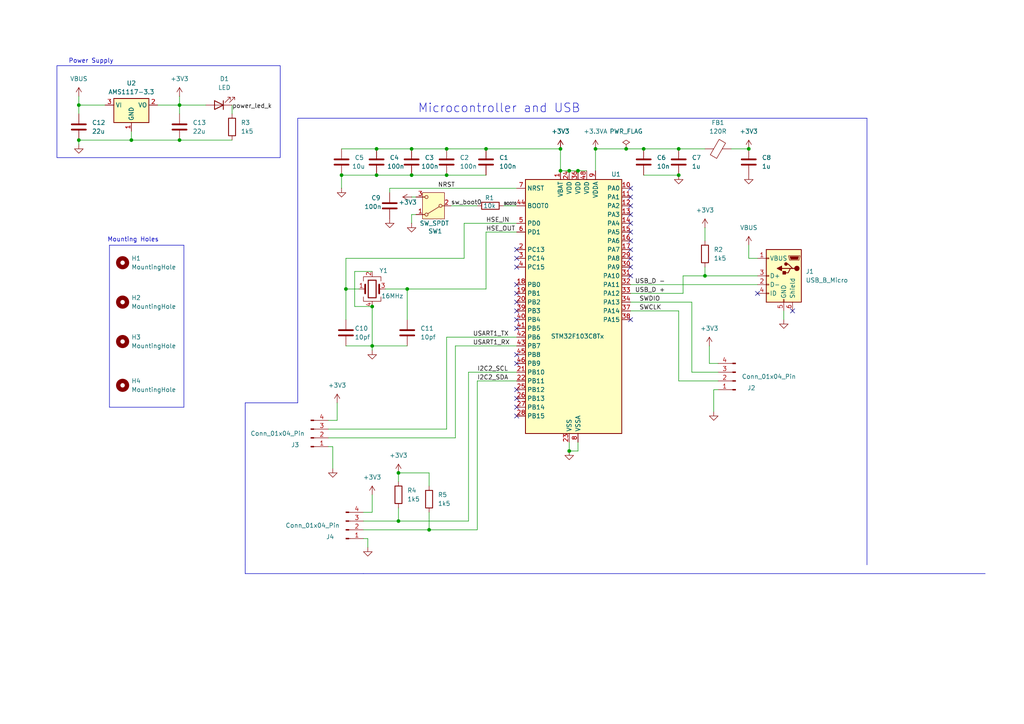
<source format=kicad_sch>
(kicad_sch (version 20231120) (generator "eeschema") (generator_version "8.0")
  (paper "A4")
  (lib_symbols
    (symbol "Connector:Conn_01x04_Pin" (pin_names (offset 1.016) hide)
      (property "Reference" "J" (at 0 5.08 0))
      (property "Value" "Conn_01x04_Pin" (at 0 -7.62 0))
      (symbol "Conn_01x04_Pin_1_1"
        (polyline (pts (xy 1.27 -5.08) (xy 0.8636 -5.08)) (stroke (width 0.1524)))
        (polyline (pts (xy 1.27 -2.54) (xy 0.8636 -2.54)) (stroke (width 0.1524)))
        (polyline (pts (xy 1.27 0) (xy 0.8636 0)) (stroke (width 0.1524)))
        (polyline (pts (xy 1.27 2.54) (xy 0.8636 2.54)) (stroke (width 0.1524)))
        (rectangle (start 0.8636 -4.953) (end 0 -5.207) (stroke (width 0.1524)) (fill (type outline)))
        (rectangle (start 0.8636 -2.413) (end 0 -2.667) (stroke (width 0.1524)) (fill (type outline)))
        (rectangle (start 0.8636 0.127) (end 0 -0.127) (stroke (width 0.1524)) (fill (type outline)))
        (rectangle (start 0.8636 2.667) (end 0 2.413) (stroke (width 0.1524)) (fill (type outline)))
        (pin passive line (at 5.08 2.54 180) (length 3.81) (name "Pin_1") (number "1"))
        (pin passive line (at 5.08 0 180) (length 3.81) (name "Pin_2") (number "2"))
        (pin passive line (at 5.08 -2.54 180) (length 3.81) (name "Pin_3") (number "3"))
        (pin passive line (at 5.08 -5.08 180) (length 3.81) (name "Pin_4") (number "4"))
      )
    )
    (symbol "Connector:USB_B_Micro" (pin_names (offset 1.016))
      (property "Reference" "J" (at -5.08 11.43 0))
      (property "Value" "USB_B_Micro" (at -5.08 8.89 0))
      (symbol "USB_B_Micro_0_1"
        (rectangle (start -5.08 -7.62) (end 5.08 7.62) (stroke (width 0.254)) (fill (type background)))
        (circle (center -3.81 2.159) (radius 0.635) (stroke (width 0.254)) (fill (type outline)))
        (circle (center -0.635 3.429) (radius 0.381) (stroke (width 0.254)) (fill (type outline)))
        (rectangle (start -0.127 -7.62) (end 0.127 -6.858))
        (polyline (pts (xy -1.905 2.159) (xy 0.635 2.159)) (stroke (width 0.254)))
        (polyline (pts (xy -3.175 2.159) (xy -2.54 2.159) (xy -1.27 3.429) (xy -0.635 3.429)) (stroke (width 0.254)))
        (polyline (pts (xy -2.54 2.159) (xy -1.905 2.159) (xy -1.27 0.889) (xy 0 0.889)) (stroke (width 0.254)))
        (polyline (pts (xy 0.635 2.794) (xy 0.635 1.524) (xy 1.905 2.159) (xy 0.635 2.794)) (stroke (width 0.254)) (fill (type outline)))
        (polyline (pts (xy -4.318 5.588) (xy -1.778 5.588) (xy -2.032 4.826) (xy -4.064 4.826) (xy -4.318 5.588)) (fill (type outline)))
        (polyline (pts (xy -4.699 5.842) (xy -4.699 5.588) (xy -4.445 4.826) (xy -4.445 4.572) (xy -1.651 4.572) (xy -1.651 4.826) (xy -1.397 5.588) (xy -1.397 5.842) (xy -4.699 5.842)))
        (rectangle (start 0.254 1.27) (end -0.508 0.508) (stroke (width 0.254)) (fill (type outline)))
        (rectangle (start 5.08 -5.207) (end 4.318 -4.953))
        (rectangle (start 5.08 -2.667) (end 4.318 -2.413))
        (rectangle (start 5.08 -0.127) (end 4.318 0.127))
        (rectangle (start 5.08 4.953) (end 4.318 5.207))
      )
      (symbol "USB_B_Micro_1_1"
        (pin power_out line (at 7.62 5.08 180) (length 2.54) (name "VBUS") (number "1"))
        (pin bidirectional line (at 7.62 -2.54 180) (length 2.54) (name "D-") (number "2"))
        (pin bidirectional line (at 7.62 0 180) (length 2.54) (name "D+") (number "3"))
        (pin passive line (at 7.62 -5.08 180) (length 2.54) (name "ID") (number "4"))
        (pin power_out line (at 0 -10.16 90) (length 2.54) (name "GND") (number "5"))
        (pin passive line (at -2.54 -10.16 90) (length 2.54) (name "Shield") (number "6"))
      )
    )
    (symbol "Device:C" (pin_numbers hide) (pin_names (offset 0.254))
      (property "Reference" "C" (at 0.635 2.54 0))
      (property "Value" "C" (at 0.635 -2.54 0))
      (symbol "C_0_1"
        (polyline (pts (xy -2.032 -0.762) (xy 2.032 -0.762)) (stroke (width 0.508)))
        (polyline (pts (xy -2.032 0.762) (xy 2.032 0.762)) (stroke (width 0.508)))
      )
      (symbol "C_1_1"
        (pin passive line (at 0 3.81 270) (length 2.794) (name "~") (number "1"))
        (pin passive line (at 0 -3.81 90) (length 2.794) (name "~") (number "2"))
      )
    )
    (symbol "Device:Crystal_GND24" (pin_names (offset 1.016) hide)
      (property "Reference" "Y" (at 3.175 5.08 0))
      (property "Value" "Crystal_GND24" (at 3.175 3.175 0))
      (symbol "Crystal_GND24_0_1"
        (rectangle (start -1.143 2.54) (end 1.143 -2.54) (stroke (width 0.3048)))
        (polyline (pts (xy -2.54 0) (xy -2.032 0)))
        (polyline (pts (xy -2.032 -1.27) (xy -2.032 1.27)) (stroke (width 0.508)))
        (polyline (pts (xy 0 -3.81) (xy 0 -3.556)))
        (polyline (pts (xy 0 3.556) (xy 0 3.81)))
        (polyline (pts (xy 2.032 -1.27) (xy 2.032 1.27)) (stroke (width 0.508)))
        (polyline (pts (xy 2.032 0) (xy 2.54 0)))
        (polyline (pts (xy -2.54 -2.286) (xy -2.54 -3.556) (xy 2.54 -3.556) (xy 2.54 -2.286)))
        (polyline (pts (xy -2.54 2.286) (xy -2.54 3.556) (xy 2.54 3.556) (xy 2.54 2.286)))
      )
      (symbol "Crystal_GND24_1_1"
        (pin passive line (at -3.81 0 0) (length 1.27) (name "1") (number "1"))
        (pin passive line (at 0 5.08 270) (length 1.27) (name "2") (number "2"))
        (pin passive line (at 3.81 0 180) (length 1.27) (name "3") (number "3"))
        (pin passive line (at 0 -5.08 90) (length 1.27) (name "4") (number "4"))
      )
    )
    (symbol "Device:FerriteBead" (pin_numbers hide) (pin_names (offset 0))
      (property "Reference" "FB" (at -3.81 0.635 90))
      (property "Value" "FerriteBead" (at 3.81 0 90))
      (symbol "FerriteBead_0_1"
        (polyline (pts (xy 0 -1.27) (xy 0 -1.2192)))
        (polyline (pts (xy 0 1.27) (xy 0 1.2954)))
        (polyline (pts (xy -2.7686 0.4064) (xy -1.7018 2.2606) (xy 2.7686 -0.3048) (xy 1.6764 -2.159) (xy -2.7686 0.4064)))
      )
      (symbol "FerriteBead_1_1"
        (pin passive line (at 0 3.81 270) (length 2.54) (name "~") (number "1"))
        (pin passive line (at 0 -3.81 90) (length 2.54) (name "~") (number "2"))
      )
    )
    (symbol "Device:LED" (pin_numbers hide) (pin_names (offset 1.016) hide)
      (property "Reference" "D" (at 0 2.54 0))
      (property "Value" "LED" (at 0 -2.54 0))
      (symbol "LED_0_1"
        (polyline (pts (xy -1.27 -1.27) (xy -1.27 1.27)) (stroke (width 0.254)))
        (polyline (pts (xy -1.27 0) (xy 1.27 0)))
        (polyline (pts (xy 1.27 -1.27) (xy 1.27 1.27) (xy -1.27 0) (xy 1.27 -1.27)) (stroke (width 0.254)))
        (polyline (pts (xy -3.048 -0.762) (xy -4.572 -2.286) (xy -3.81 -2.286) (xy -4.572 -2.286) (xy -4.572 -1.524)))
        (polyline (pts (xy -1.778 -0.762) (xy -3.302 -2.286) (xy -2.54 -2.286) (xy -3.302 -2.286) (xy -3.302 -1.524)))
      )
      (symbol "LED_1_1"
        (pin passive line (at -3.81 0 0) (length 2.54) (name "K") (number "1"))
        (pin passive line (at 3.81 0 180) (length 2.54) (name "A") (number "2"))
      )
    )
    (symbol "Device:R" (pin_numbers hide) (pin_names (offset 0))
      (property "Reference" "R" (at 2.032 0 90))
      (property "Value" "R" (at 0 0 90))
      (symbol "R_0_1"
        (rectangle (start -1.016 -2.54) (end 1.016 2.54) (stroke (width 0.254)))
      )
      (symbol "R_1_1"
        (pin passive line (at 0 3.81 270) (length 1.27) (name "~") (number "1"))
        (pin passive line (at 0 -3.81 90) (length 1.27) (name "~") (number "2"))
      )
    )
    (symbol "MCU_ST_STM32F1:STM32F103C8Tx"
      (property "Reference" "U" (at -12.7 39.37 0))
      (property "Value" "STM32F103C8Tx" (at 10.16 39.37 0))
      (symbol "STM32F103C8Tx_0_1"
        (rectangle (start -12.7 -35.56) (end 15.24 38.1) (stroke (width 0.254)) (fill (type background)))
      )
      (symbol "STM32F103C8Tx_1_1"
        (pin power_in line (at -2.54 40.64 270) (length 2.54) (name "VBAT") (number "1"))
        (pin bidirectional line (at 17.78 35.56 180) (length 2.54) (name "PA0") (number "10"))
        (pin bidirectional line (at 17.78 33.02 180) (length 2.54) (name "PA1") (number "11"))
        (pin bidirectional line (at 17.78 30.48 180) (length 2.54) (name "PA2") (number "12"))
        (pin bidirectional line (at 17.78 27.94 180) (length 2.54) (name "PA3") (number "13"))
        (pin bidirectional line (at 17.78 25.4 180) (length 2.54) (name "PA4") (number "14"))
        (pin bidirectional line (at 17.78 22.86 180) (length 2.54) (name "PA5") (number "15"))
        (pin bidirectional line (at 17.78 20.32 180) (length 2.54) (name "PA6") (number "16"))
        (pin bidirectional line (at 17.78 17.78 180) (length 2.54) (name "PA7") (number "17"))
        (pin bidirectional line (at -15.24 7.62 0) (length 2.54) (name "PB0") (number "18"))
        (pin bidirectional line (at -15.24 5.08 0) (length 2.54) (name "PB1") (number "19"))
        (pin bidirectional line (at -15.24 17.78 0) (length 2.54) (name "PC13") (number "2"))
        (pin bidirectional line (at -15.24 2.54 0) (length 2.54) (name "PB2") (number "20"))
        (pin bidirectional line (at -15.24 -17.78 0) (length 2.54) (name "PB10") (number "21"))
        (pin bidirectional line (at -15.24 -20.32 0) (length 2.54) (name "PB11") (number "22"))
        (pin power_in line (at 0 -38.1 90) (length 2.54) (name "VSS") (number "23"))
        (pin power_in line (at 0 40.64 270) (length 2.54) (name "VDD") (number "24"))
        (pin bidirectional line (at -15.24 -22.86 0) (length 2.54) (name "PB12") (number "25"))
        (pin bidirectional line (at -15.24 -25.4 0) (length 2.54) (name "PB13") (number "26"))
        (pin bidirectional line (at -15.24 -27.94 0) (length 2.54) (name "PB14") (number "27"))
        (pin bidirectional line (at -15.24 -30.48 0) (length 2.54) (name "PB15") (number "28"))
        (pin bidirectional line (at 17.78 15.24 180) (length 2.54) (name "PA8") (number "29"))
        (pin bidirectional line (at -15.24 15.24 0) (length 2.54) (name "PC14") (number "3"))
        (pin bidirectional line (at 17.78 12.7 180) (length 2.54) (name "PA9") (number "30"))
        (pin bidirectional line (at 17.78 10.16 180) (length 2.54) (name "PA10") (number "31"))
        (pin bidirectional line (at 17.78 7.62 180) (length 2.54) (name "PA11") (number "32"))
        (pin bidirectional line (at 17.78 5.08 180) (length 2.54) (name "PA12") (number "33"))
        (pin bidirectional line (at 17.78 2.54 180) (length 2.54) (name "PA13") (number "34"))
        (pin passive line (at 0 -38.1 90) (length 2.54) hide (name "VSS") (number "35"))
        (pin power_in line (at 2.54 40.64 270) (length 2.54) (name "VDD") (number "36"))
        (pin bidirectional line (at 17.78 0 180) (length 2.54) (name "PA14") (number "37"))
        (pin bidirectional line (at 17.78 -2.54 180) (length 2.54) (name "PA15") (number "38"))
        (pin bidirectional line (at -15.24 0 0) (length 2.54) (name "PB3") (number "39"))
        (pin bidirectional line (at -15.24 12.7 0) (length 2.54) (name "PC15") (number "4"))
        (pin bidirectional line (at -15.24 -2.54 0) (length 2.54) (name "PB4") (number "40"))
        (pin bidirectional line (at -15.24 -5.08 0) (length 2.54) (name "PB5") (number "41"))
        (pin bidirectional line (at -15.24 -7.62 0) (length 2.54) (name "PB6") (number "42"))
        (pin bidirectional line (at -15.24 -10.16 0) (length 2.54) (name "PB7") (number "43"))
        (pin input line (at -15.24 30.48 0) (length 2.54) (name "BOOT0") (number "44"))
        (pin bidirectional line (at -15.24 -12.7 0) (length 2.54) (name "PB8") (number "45"))
        (pin bidirectional line (at -15.24 -15.24 0) (length 2.54) (name "PB9") (number "46"))
        (pin passive line (at 0 -38.1 90) (length 2.54) hide (name "VSS") (number "47"))
        (pin power_in line (at 5.08 40.64 270) (length 2.54) (name "VDD") (number "48"))
        (pin bidirectional line (at -15.24 25.4 0) (length 2.54) (name "PD0") (number "5"))
        (pin bidirectional line (at -15.24 22.86 0) (length 2.54) (name "PD1") (number "6"))
        (pin input line (at -15.24 35.56 0) (length 2.54) (name "NRST") (number "7"))
        (pin power_in line (at 2.54 -38.1 90) (length 2.54) (name "VSSA") (number "8"))
        (pin power_in line (at 7.62 40.64 270) (length 2.54) (name "VDDA") (number "9"))
      )
    )
    (symbol "Mechanical:MountingHole" (pin_names (offset 1.016)) (exclude_from_sim yes) (in_bom no)
      (property "Reference" "H" (at 0 5.08 0))
      (property "Value" "MountingHole" (at 0 3.175 0))
      (symbol "MountingHole_0_1"
        (circle (center 0 0) (radius 1.27) (stroke (width 1.27)))
      )
    )
    (symbol "Regulator_Linear:AMS1117-3.3"
      (property "Reference" "U" (at -3.81 3.175 0))
      (property "Value" "AMS1117-3.3" (at 0 3.175 0))
      (symbol "AMS1117-3.3_0_1"
        (rectangle (start -5.08 -5.08) (end 5.08 1.905) (stroke (width 0.254)) (fill (type background)))
      )
      (symbol "AMS1117-3.3_1_1"
        (pin power_in line (at 0 -7.62 90) (length 2.54) (name "GND") (number "1"))
        (pin power_out line (at 7.62 0 180) (length 2.54) (name "VO") (number "2"))
        (pin power_in line (at -7.62 0 0) (length 2.54) (name "VI") (number "3"))
      )
    )
    (symbol "Switch:SW_SPDT" (pin_names (offset 0) hide)
      (property "Reference" "SW" (at 0 5.08 0))
      (property "Value" "SW_SPDT" (at 0 -5.08 0))
      (symbol "SW_SPDT_0_1"
        (circle (center -2.032 0) (radius 0.4572))
        (polyline (pts (xy -1.651 0.254) (xy 1.651 2.286)))
        (circle (center 2.032 -2.54) (radius 0.4572))
        (circle (center 2.032 2.54) (radius 0.4572))
      )
      (symbol "SW_SPDT_1_1"
        (rectangle (start -3.175 3.81) (end 3.175 -3.81) (fill (type background)))
        (pin passive line (at 5.08 2.54 180) (length 2.54) (name "A") (number "1"))
        (pin passive line (at -5.08 0 0) (length 2.54) (name "B") (number "2"))
        (pin passive line (at 5.08 -2.54 180) (length 2.54) (name "C") (number "3"))
      )
    )
    (symbol "power:+3.3VA" (power) (pin_numbers hide) (pin_names (offset 0) hide)
      (property "Value" "+3.3VA" (at 0 3.556 0))
      (symbol "+3.3VA_0_1"
        (polyline (pts (xy -0.762 1.27) (xy 0 2.54)))
        (polyline (pts (xy 0 0) (xy 0 2.54)))
        (polyline (pts (xy 0 2.54) (xy 0.762 1.27)))
      )
      (symbol "+3.3VA_1_1"
        (pin power_in line (at 0 0 90) (length 0) (name "~") (number "1"))
      )
    )
    (symbol "power:+3V3" (power) (pin_numbers hide) (pin_names (offset 0) hide)
      (property "Value" "+3V3" (at 0 3.556 0))
      (symbol "+3V3_0_1"
        (polyline (pts (xy -0.762 1.27) (xy 0 2.54)))
        (polyline (pts (xy 0 0) (xy 0 2.54)))
        (polyline (pts (xy 0 2.54) (xy 0.762 1.27)))
      )
      (symbol "+3V3_1_1"
        (pin power_in line (at 0 0 90) (length 0) (name "~") (number "1"))
      )
    )
    (symbol "power:GND" (power) (pin_numbers hide) (pin_names (offset 0) hide)
      (property "Value" "GND" (at 0 -3.81 0))
      (symbol "GND_0_1"
        (polyline (pts (xy 0 0) (xy 0 -1.27) (xy 1.27 -1.27) (xy 0 -2.54) (xy -1.27 -1.27) (xy 0 -1.27)))
      )
      (symbol "GND_1_1"
        (pin power_in line (at 0 0 270) (length 0) (name "~") (number "1"))
      )
    )
    (symbol "power:PWR_FLAG" (power) (pin_numbers hide) (pin_names (offset 0) hide)
      (property "Value" "PWR_FLAG" (at 0 3.81 0))
      (symbol "PWR_FLAG_0_0"
        (pin power_out line (at 0 0 90) (length 0) (name "~") (number "1"))
      )
      (symbol "PWR_FLAG_0_1"
        (polyline (pts (xy 0 0) (xy 0 1.27) (xy -1.016 1.905) (xy 0 2.54) (xy 1.016 1.905) (xy 0 1.27)))
      )
    )
    (symbol "power:VBUS" (power) (pin_numbers hide) (pin_names (offset 0) hide)
      (property "Value" "VBUS" (at 0 3.556 0))
      (symbol "VBUS_0_1"
        (polyline (pts (xy -0.762 1.27) (xy 0 2.54)))
        (polyline (pts (xy 0 0) (xy 0 2.54)))
        (polyline (pts (xy 0 2.54) (xy 0.762 1.27)))
      )
      (symbol "VBUS_1_1"
        (pin power_in line (at 0 0 90) (length 0) (name "~") (number "1"))
      )
    )
  )
  (junction (at 165.1 130.81))
  (junction (at 196.85 43.18))
  (junction (at 100.33 83.82))
  (junction (at 204.47 80.01))
  (junction (at 109.22 50.8))
  (junction (at 167.64 49.53))
  (junction (at 162.56 49.53))
  (junction (at 118.11 83.82))
  (junction (at 129.54 43.18))
  (junction (at 22.86 40.64))
  (junction (at 38.1 40.64))
  (junction (at 22.86 30.48))
  (junction (at 129.54 50.8))
  (junction (at 140.97 43.18))
  (junction (at 109.22 43.18))
  (junction (at 107.95 88.9))
  (junction (at 124.46 153.67))
  (junction (at 115.57 137.16))
  (junction (at 99.06 50.8))
  (junction (at 181.61 43.18))
  (junction (at 186.69 43.18))
  (junction (at 52.07 40.64))
  (junction (at 115.57 151.13))
  (junction (at 119.38 43.18))
  (junction (at 165.1 49.53))
  (junction (at 196.85 50.8))
  (junction (at 172.72 43.18))
  (junction (at 162.56 43.18))
  (junction (at 119.38 50.8))
  (junction (at 107.95 100.33))
  (junction (at 52.07 30.48))
  (junction (at 217.17 43.18))
  (no_connect (at 182.88 59.69))
  (no_connect (at 182.88 72.39))
  (no_connect (at 149.86 95.25))
  (no_connect (at 149.86 90.17))
  (no_connect (at 182.88 54.61))
  (no_connect (at 149.86 102.87))
  (no_connect (at 149.86 82.55))
  (no_connect (at 182.88 74.93))
  (no_connect (at 149.86 74.93))
  (no_connect (at 182.88 77.47))
  (no_connect (at 149.86 113.03))
  (no_connect (at 182.88 62.23))
  (no_connect (at 182.88 67.31))
  (no_connect (at 149.86 72.39))
  (no_connect (at 149.86 118.11))
  (no_connect (at 149.86 87.63))
  (no_connect (at 182.88 69.85))
  (no_connect (at 182.88 64.77))
  (no_connect (at 219.71 85.09))
  (no_connect (at 149.86 115.57))
  (no_connect (at 229.87 90.17))
  (no_connect (at 182.88 92.71))
  (no_connect (at 149.86 77.47))
  (no_connect (at 182.88 80.01))
  (no_connect (at 149.86 85.09))
  (no_connect (at 149.86 92.71))
  (no_connect (at 149.86 120.65))
  (no_connect (at 182.88 57.15))
  (no_connect (at 149.86 105.41))
  (wire (pts (xy 196.85 43.18) (xy 186.69 43.18)))
  (wire (pts (xy 182.88 82.55) (xy 219.71 82.55)))
  (wire (pts (xy 52.07 33.02) (xy 52.07 30.48)))
  (wire (pts (xy 111.76 83.82) (xy 118.11 83.82)))
  (wire (pts (xy 97.79 121.92) (xy 97.79 116.84)))
  (wire (pts (xy 22.86 40.64) (xy 22.86 41.91)))
  (wire (pts (xy 102.87 78.74) (xy 102.87 88.9)))
  (wire (pts (xy 135.89 107.95) (xy 149.86 107.95)))
  (wire (pts (xy 106.68 156.21) (xy 106.68 158.75)))
  (polyline (pts (xy 251.46 163.83) (xy 251.46 34.29)))
  (wire (pts (xy 95.25 129.54) (xy 96.52 129.54)))
  (wire (pts (xy 208.28 113.03) (xy 207.01 113.03)))
  (wire (pts (xy 100.33 100.33) (xy 107.95 100.33)))
  (wire (pts (xy 124.46 153.67) (xy 138.43 153.67)))
  (wire (pts (xy 107.95 100.33) (xy 107.95 101.6)))
  (polyline (pts (xy 86.36 34.29) (xy 86.36 116.84)))
  (wire (pts (xy 115.57 151.13) (xy 135.89 151.13)))
  (wire (pts (xy 129.54 97.79) (xy 149.86 97.79)))
  (wire (pts (xy 167.64 49.53) (xy 170.18 49.53)))
  (wire (pts (xy 22.86 33.02) (xy 22.86 30.48)))
  (wire (pts (xy 115.57 137.16) (xy 115.57 139.7)))
  (wire (pts (xy 52.07 40.64) (xy 67.31 40.64)))
  (wire (pts (xy 182.88 85.09) (xy 198.12 85.09)))
  (wire (pts (xy 172.72 43.18) (xy 172.72 49.53)))
  (wire (pts (xy 115.57 147.32) (xy 115.57 151.13)))
  (wire (pts (xy 99.06 50.8) (xy 99.06 54.61)))
  (wire (pts (xy 182.88 90.17) (xy 196.85 90.17)))
  (wire (pts (xy 129.54 50.8) (xy 140.97 50.8)))
  (wire (pts (xy 204.47 66.04) (xy 204.47 69.85)))
  (wire (pts (xy 165.1 49.53) (xy 167.64 49.53)))
  (polyline (pts (xy 71.12 116.84) (xy 71.12 163.83)))
  (wire (pts (xy 227.33 90.17) (xy 227.33 92.71)))
  (wire (pts (xy 204.47 80.01) (xy 219.71 80.01)))
  (wire (pts (xy 38.1 38.1) (xy 38.1 40.64)))
  (polyline (pts (xy 31.75 118.11) (xy 31.75 71.12)))
  (wire (pts (xy 120.65 62.23) (xy 119.38 62.23)))
  (wire (pts (xy 100.33 74.93) (xy 134.62 74.93)))
  (wire (pts (xy 100.33 83.82) (xy 100.33 74.93)))
  (wire (pts (xy 95.25 121.92) (xy 97.79 121.92)))
  (wire (pts (xy 22.86 27.94) (xy 22.86 30.48)))
  (wire (pts (xy 124.46 140.97) (xy 124.46 137.16)))
  (wire (pts (xy 146.05 59.69) (xy 149.86 59.69)))
  (wire (pts (xy 67.31 30.48) (xy 67.31 33.02)))
  (wire (pts (xy 186.69 43.18) (xy 181.61 43.18)))
  (wire (pts (xy 118.11 83.82) (xy 140.97 83.82)))
  (wire (pts (xy 119.38 62.23) (xy 119.38 64.77)))
  (wire (pts (xy 135.89 151.13) (xy 135.89 107.95)))
  (wire (pts (xy 207.01 113.03) (xy 207.01 119.38)))
  (wire (pts (xy 182.88 87.63) (xy 200.66 87.63)))
  (wire (pts (xy 208.28 110.49) (xy 196.85 110.49)))
  (wire (pts (xy 196.85 43.18) (xy 204.47 43.18)))
  (wire (pts (xy 107.95 88.9) (xy 107.95 100.33)))
  (wire (pts (xy 38.1 40.64) (xy 52.07 40.64)))
  (wire (pts (xy 105.41 153.67) (xy 124.46 153.67)))
  (wire (pts (xy 124.46 137.16) (xy 115.57 137.16)))
  (wire (pts (xy 22.86 40.64) (xy 38.1 40.64)))
  (wire (pts (xy 140.97 83.82) (xy 140.97 67.31)))
  (polyline (pts (xy 53.34 118.11) (xy 31.75 118.11)))
  (wire (pts (xy 100.33 83.82) (xy 100.33 92.71)))
  (wire (pts (xy 130.81 59.69) (xy 138.43 59.69)))
  (wire (pts (xy 99.06 43.18) (xy 109.22 43.18)))
  (wire (pts (xy 105.41 156.21) (xy 106.68 156.21)))
  (wire (pts (xy 52.07 27.94) (xy 52.07 30.48)))
  (wire (pts (xy 119.38 43.18) (xy 129.54 43.18)))
  (wire (pts (xy 105.41 151.13) (xy 115.57 151.13)))
  (wire (pts (xy 198.12 80.01) (xy 204.47 80.01)))
  (wire (pts (xy 99.06 50.8) (xy 109.22 50.8)))
  (wire (pts (xy 165.1 128.27) (xy 165.1 130.81)))
  (wire (pts (xy 104.14 83.82) (xy 100.33 83.82)))
  (wire (pts (xy 165.1 130.81) (xy 167.64 130.81)))
  (wire (pts (xy 119.38 50.8) (xy 129.54 50.8)))
  (wire (pts (xy 132.08 100.33) (xy 149.86 100.33)))
  (wire (pts (xy 138.43 153.67) (xy 138.43 110.49)))
  (wire (pts (xy 186.69 50.8) (xy 196.85 50.8)))
  (wire (pts (xy 107.95 78.74) (xy 102.87 78.74)))
  (polyline (pts (xy 105.41 166.37) (xy 285.75 166.37)))
  (polyline (pts (xy 53.34 71.12) (xy 53.34 118.11)))
  (wire (pts (xy 129.54 43.18) (xy 140.97 43.18)))
  (wire (pts (xy 102.87 88.9) (xy 107.95 88.9)))
  (wire (pts (xy 212.09 43.18) (xy 217.17 43.18)))
  (wire (pts (xy 96.52 129.54) (xy 96.52 135.89)))
  (wire (pts (xy 124.46 148.59) (xy 124.46 153.67)))
  (wire (pts (xy 181.61 43.18) (xy 172.72 43.18)))
  (wire (pts (xy 95.25 127) (xy 132.08 127)))
  (wire (pts (xy 134.62 74.93) (xy 134.62 64.77)))
  (wire (pts (xy 200.66 107.95) (xy 208.28 107.95)))
  (wire (pts (xy 140.97 67.31) (xy 149.86 67.31)))
  (wire (pts (xy 113.03 54.61) (xy 113.03 55.88)))
  (wire (pts (xy 162.56 49.53) (xy 165.1 49.53)))
  (wire (pts (xy 208.28 105.41) (xy 205.74 105.41)))
  (wire (pts (xy 118.11 83.82) (xy 118.11 92.71)))
  (wire (pts (xy 138.43 110.49) (xy 149.86 110.49)))
  (wire (pts (xy 107.95 100.33) (xy 118.11 100.33)))
  (wire (pts (xy 140.97 43.18) (xy 162.56 43.18)))
  (wire (pts (xy 162.56 43.18) (xy 162.56 49.53)))
  (wire (pts (xy 95.25 124.46) (xy 129.54 124.46)))
  (wire (pts (xy 109.22 43.18) (xy 119.38 43.18)))
  (wire (pts (xy 196.85 110.49) (xy 196.85 90.17)))
  (polyline (pts (xy 105.41 166.37) (xy 71.12 166.37)))
  (wire (pts (xy 204.47 77.47) (xy 204.47 80.01)))
  (wire (pts (xy 129.54 124.46) (xy 129.54 97.79)))
  (wire (pts (xy 105.41 148.59) (xy 107.95 148.59)))
  (wire (pts (xy 198.12 85.09) (xy 198.12 80.01)))
  (wire (pts (xy 217.17 74.93) (xy 219.71 74.93)))
  (wire (pts (xy 132.08 127) (xy 132.08 100.33)))
  (wire (pts (xy 52.07 30.48) (xy 59.69 30.48)))
  (wire (pts (xy 107.95 148.59) (xy 107.95 143.51)))
  (wire (pts (xy 119.38 57.15) (xy 120.65 57.15)))
  (polyline (pts (xy 71.12 166.37) (xy 71.12 163.83)))
  (polyline (pts (xy 31.75 71.12) (xy 53.34 71.12)))
  (polyline (pts (xy 86.36 116.84) (xy 71.12 116.84)))
  (wire (pts (xy 217.17 71.12) (xy 217.17 74.93)))
  (wire (pts (xy 52.07 30.48) (xy 45.72 30.48)))
  (wire (pts (xy 200.66 87.63) (xy 200.66 107.95)))
  (wire (pts (xy 167.64 130.81) (xy 167.64 128.27)))
  (wire (pts (xy 109.22 50.8) (xy 119.38 50.8)))
  (wire (pts (xy 205.74 105.41) (xy 205.74 100.33)))
  (wire (pts (xy 113.03 54.61) (xy 149.86 54.61)))
  (wire (pts (xy 134.62 64.77) (xy 149.86 64.77)))
  (polyline (pts (xy 251.46 34.29) (xy 86.36 34.29)))
  (wire (pts (xy 22.86 30.48) (xy 30.48 30.48)))
  (rectangle (start 16.51 19.05) (end 81.28 45.72))
  (text "Mounting Holes\n" (at 38.608 69.596 0) (effects (font (size 1.27 1.27))))
  (text "Microcontroller and USB" (at 144.78 31.496 0) (effects (font (size 2.54 2.54))))
  (text "Power Supply\n" (at 26.416 17.78 0) (effects (font (size 1.27 1.27))))
  (label "HSE_OUT" (at 140.97 67.31 0))
  (label "power_led_k" (at 67.31 31.75 0))
  (label "USB_D -" (at 184.15 82.55 0))
  (label "HSE_IN" (at 140.97 64.77 0))
  (label "SWDIO" (at 185.42 87.63 0))
  (label "I2C2_SDA" (at 138.43 110.49 0))
  (label "USB_D +" (at 184.15 85.09 0))
  (label "BOOT0" (at 146.05 59.69 0) (effects (font (size 0.762 0.762))))
  (label "sw_boot0" (at 130.81 59.69 0))
  (label "NRST" (at 127 54.61 0))
  (label "USART1_RX" (at 137.16 100.33 0))
  (label "SWCLK" (at 185.42 90.17 0))
  (label "USART1_TX" (at 137.16 97.79 0))
  (label "I2C2_SCL" (at 138.43 107.95 0))
  (symbol (lib_id "power:VBUS") (at 22.86 27.94 0) (unit 1)
    (property "Reference" "#PWR019" (effects (hide yes)))
    (property "Value" "VBUS" (at 22.86 22.86 0))
    (property "Description" "Power symbol creates a global label with name \"VBUS\"" (effects (hide yes)))
  )
  (symbol (lib_id "Device:R") (at 142.24 59.69 90) (unit 1)
    (property "Reference" "R1" (at 141.986 57.404 90))
    (property "Value" "10k" (at 141.986 59.69 90))
    (property "Footprint" "Resistor_SMD:R_0402_1005Metric" (effects (hide yes)))
    (property "Description" "Resistor" (effects (hide yes)))
  )
  (symbol (lib_id "Device:C") (at 52.07 36.83 0) (unit 1)
    (property "Reference" "C13" (at 55.88 35.5599 0) (effects (justify left)))
    (property "Value" "22u" (at 55.88 38.0999 0) (effects (justify left)))
    (property "Footprint" "Capacitor_SMD:C_0805_2012Metric" (effects (hide yes)))
    (property "Description" "Unpolarized capacitor" (effects (hide yes)))
  )
  (symbol (lib_id "power:GND") (at 107.95 101.6 0) (unit 1)
    (property "Reference" "#PWR012" (effects (hide yes)))
    (property "Value" "GND" (effects (hide yes)))
    (property "Description" "Power symbol creates a global label with name \"GND\" , ground" (effects (hide yes)))
  )
  (symbol (lib_id "Device:C") (at 217.17 46.99 0) (unit 1)
    (property "Reference" "C8" (at 220.98 45.7199 0) (effects (justify left)))
    (property "Value" "1u" (at 220.98 48.2599 0) (effects (justify left)))
    (property "Footprint" "Capacitor_SMD:C_0402_1005Metric" (effects (hide yes)))
    (property "Description" "Unpolarized capacitor" (effects (hide yes)))
  )
  (symbol (lib_id "power:+3V3") (at 162.56 43.18 0) (unit 1)
    (property "Reference" "#PWR07" (effects (hide yes)))
    (property "Value" "+3V3" (at 162.56 38.1 0))
    (property "Description" "Power symbol creates a global label with name \"+3V3\"" (effects (hide yes)))
  )
  (symbol (lib_id "power:GND") (at 227.33 92.71 0) (unit 1)
    (property "Reference" "#PWR013" (effects (hide yes)))
    (property "Value" "GND" (effects (hide yes)))
    (property "Description" "Power symbol creates a global label with name \"GND\" , ground" (effects (hide yes)))
  )
  (symbol (lib_id "Mechanical:MountingHole") (at 35.56 87.63 0) (unit 1) (exclude_from_sim yes) (in_bom no)
    (property "Reference" "H2" (at 38.1 86.3599 0) (effects (justify left)))
    (property "Value" "MountingHole" (at 38.1 88.8999 0) (effects (justify left)))
    (property "Footprint" "MountingHole:MountingHole_2.2mm_M2" (effects (hide yes)))
    (property "Description" "Mounting Hole without connection" (effects (hide yes)))
  )
  (symbol (lib_id "Mechanical:MountingHole") (at 35.56 111.76 0) (unit 1) (exclude_from_sim yes) (in_bom no)
    (property "Reference" "H4" (at 38.1 110.4899 0) (effects (justify left)))
    (property "Value" "MountingHole" (at 38.1 113.0299 0) (effects (justify left)))
    (property "Footprint" "MountingHole:MountingHole_2.2mm_M2" (effects (hide yes)))
    (property "Description" "Mounting Hole without connection" (effects (hide yes)))
  )
  (symbol (lib_id "Device:C") (at 186.69 46.99 0) (unit 1)
    (property "Reference" "C6" (at 190.5 45.7199 0) (effects (justify left)))
    (property "Value" "10n" (at 190.5 48.2599 0) (effects (justify left)))
    (property "Footprint" "Capacitor_SMD:C_0402_1005Metric" (effects (hide yes)))
    (property "Description" "Unpolarized capacitor" (effects (hide yes)))
  )
  (symbol (lib_id "Device:R") (at 115.57 143.51 0) (unit 1)
    (property "Reference" "R4" (at 118.11 142.2399 0) (effects (justify left)))
    (property "Value" "1k5" (at 118.11 144.7799 0) (effects (justify left)))
    (property "Footprint" "Resistor_SMD:R_0402_1005Metric" (effects (hide yes)))
    (property "Description" "Resistor" (effects (hide yes)))
  )
  (symbol (lib_id "Connector:Conn_01x04_Pin") (at 100.33 153.67 0) (mirror x) (unit 1)
    (property "Reference" "J4" (at 95.758 155.702 0))
    (property "Value" "Conn_01x04_Pin" (at 90.678 152.4 0))
    (property "Footprint" "Connector_PinHeader_2.54mm:PinHeader_1x04_P2.54mm_Vertical" (effects (hide yes)))
    (property "Description" "Generic connector, single row, 01x04, script generated" (effects (hide yes)))
  )
  (symbol (lib_id "power:+3V3") (at 115.57 137.16 0) (mirror y) (unit 1)
    (property "Reference" "#PWR025" (effects (hide yes)))
    (property "Value" "+3V3" (at 115.57 132.08 0))
    (property "Description" "Power symbol creates a global label with name \"+3V3\"" (effects (hide yes)))
  )
  (symbol (lib_id "power:GND") (at 207.01 119.38 0) (unit 1)
    (property "Reference" "#PWR016" (effects (hide yes)))
    (property "Value" "GND" (effects (hide yes)))
    (property "Description" "Power symbol creates a global label with name \"GND\" , ground" (effects (hide yes)))
  )
  (symbol (lib_id "Device:C") (at 113.03 59.69 0) (unit 1)
    (property "Reference" "C9" (at 107.696 57.404 0) (effects (justify left)))
    (property "Value" "100n" (at 105.664 59.944 0) (effects (justify left)))
    (property "Footprint" "Capacitor_SMD:C_0402_1005Metric" (effects (hide yes)))
    (property "Description" "Unpolarized capacitor" (effects (hide yes)))
  )
  (symbol (lib_id "Device:C") (at 129.54 46.99 0) (unit 1)
    (property "Reference" "C2" (at 133.35 45.7199 0) (effects (justify left)))
    (property "Value" "100n" (at 133.35 48.2599 0) (effects (justify left)))
    (property "Footprint" "Capacitor_SMD:C_0402_1005Metric" (effects (hide yes)))
    (property "Description" "Unpolarized capacitor" (effects (hide yes)))
  )
  (symbol (lib_id "Connector:Conn_01x04_Pin") (at 213.36 110.49 180) (unit 1)
    (property "Reference" "J2" (at 217.932 112.522 0))
    (property "Value" "Conn_01x04_Pin" (at 223.012 109.22 0))
    (property "Footprint" "Connector_PinHeader_2.54mm:PinHeader_1x04_P2.54mm_Vertical" (effects (hide yes)))
    (property "Description" "Generic connector, single row, 01x04, script generated" (effects (hide yes)))
  )
  (symbol (lib_id "power:+3V3") (at 217.17 43.18 0) (unit 1)
    (property "Reference" "#PWR08" (effects (hide yes)))
    (property "Value" "+3V3" (at 217.17 38.1 0))
    (property "Description" "Power symbol creates a global label with name \"+3V3\"" (effects (hide yes)))
  )
  (symbol (lib_id "Mechanical:MountingHole") (at 35.56 76.2 0) (unit 1) (exclude_from_sim yes) (in_bom no)
    (property "Reference" "H1" (at 38.1 74.9299 0) (effects (justify left)))
    (property "Value" "MountingHole" (at 38.1 77.4699 0) (effects (justify left)))
    (property "Footprint" "MountingHole:MountingHole_2.2mm_M2" (effects (hide yes)))
    (property "Description" "Mounting Hole without connection" (effects (hide yes)))
  )
  (symbol (lib_id "Device:R") (at 67.31 36.83 0) (unit 1)
    (property "Reference" "R3" (at 69.85 35.5599 0) (effects (justify left)))
    (property "Value" "1k5" (at 69.85 38.0999 0) (effects (justify left)))
    (property "Footprint" "Resistor_SMD:R_0402_1005Metric" (effects (hide yes)))
    (property "Description" "Resistor" (effects (hide yes)))
  )
  (symbol (lib_id "power:+3V3") (at 107.95 143.51 0) (mirror y) (unit 1)
    (property "Reference" "#PWR024" (effects (hide yes)))
    (property "Value" "+3V3" (at 107.95 138.43 0))
    (property "Description" "Power symbol creates a global label with name \"+3V3\"" (effects (hide yes)))
  )
  (symbol (lib_id "power:PWR_FLAG") (at 181.61 43.18 0) (unit 1)
    (property "Reference" "#FLG01" (effects (hide yes)))
    (property "Value" "PWR_FLAG" (at 181.61 38.1 0))
    (property "Description" "Special symbol for telling ERC where power comes from" (effects (hide yes)))
  )
  (symbol (lib_id "power:+3V3") (at 205.74 100.33 0) (unit 1)
    (property "Reference" "#PWR017" (effects (hide yes)))
    (property "Value" "+3V3" (at 205.74 95.25 0))
    (property "Description" "Power symbol creates a global label with name \"+3V3\"" (effects (hide yes)))
  )
  (symbol (lib_id "MCU_ST_STM32F1:STM32F103C8Tx") (at 165.1 90.17 0) (unit 1)
    (property "Reference" "U1" (at 177.292 50.546 0) (effects (justify left)))
    (property "Value" "STM32F103C8Tx" (at 159.766 97.536 0) (effects (justify left)))
    (property "Footprint" "Package_QFP:LQFP-48_7x7mm_P0.5mm" (effects (hide yes)))
    (property "Datasheet" "https://www.st.com/resource/en/datasheet/stm32f103c8.pdf" (effects (hide yes)))
    (property "Description" "STMicroelectronics Arm Cortex-M3 MCU, 64KB flash, 20KB RAM, 72 MHz, 2.0-3.6V, 37 GPIO, LQFP48" (effects (hide yes)))
  )
  (symbol (lib_id "Device:R") (at 124.46 144.78 0) (unit 1)
    (property "Reference" "R5" (at 127 143.5099 0) (effects (justify left)))
    (property "Value" "1k5" (at 127 146.0499 0) (effects (justify left)))
    (property "Footprint" "Resistor_SMD:R_0402_1005Metric" (effects (hide yes)))
    (property "Description" "Resistor" (effects (hide yes)))
  )
  (symbol (lib_id "Device:C") (at 140.97 46.99 0) (unit 1)
    (property "Reference" "C1" (at 144.78 45.7199 0) (effects (justify left)))
    (property "Value" "100n" (at 144.78 48.2599 0) (effects (justify left)))
    (property "Footprint" "Capacitor_SMD:C_0402_1005Metric" (effects (hide yes)))
    (property "Description" "Unpolarized capacitor" (effects (hide yes)))
  )
  (symbol (lib_id "Device:C") (at 22.86 36.83 0) (unit 1)
    (property "Reference" "C12" (at 26.67 35.5599 0) (effects (justify left)))
    (property "Value" "22u" (at 26.67 38.0999 0) (effects (justify left)))
    (property "Footprint" "Capacitor_SMD:C_0805_2012Metric" (effects (hide yes)))
    (property "Description" "Unpolarized capacitor" (effects (hide yes)))
  )
  (symbol (lib_id "Mechanical:MountingHole") (at 35.56 99.06 0) (unit 1) (exclude_from_sim yes) (in_bom no)
    (property "Reference" "H3" (at 38.1 97.7899 0) (effects (justify left)))
    (property "Value" "MountingHole" (at 38.1 100.3299 0) (effects (justify left)))
    (property "Footprint" "MountingHole:MountingHole_2.2mm_M2" (effects (hide yes)))
    (property "Description" "Mounting Hole without connection" (effects (hide yes)))
  )
  (symbol (lib_id "power:+3.3VA") (at 172.72 43.18 0) (unit 1)
    (property "Reference" "#PWR04" (effects (hide yes)))
    (property "Value" "+3.3VA" (at 172.72 38.1 0))
    (property "Description" "Power symbol creates a global label with name \"+3.3VA\"" (effects (hide yes)))
  )
  (symbol (lib_id "power:GND") (at 113.03 63.5 0) (unit 1)
    (property "Reference" "#PWR09" (effects (hide yes)))
    (property "Value" "GND" (effects (hide yes)))
    (property "Description" "Power symbol creates a global label with name \"GND\" , ground" (effects (hide yes)))
  )
  (symbol (lib_id "power:GND") (at 106.68 158.75 0) (mirror y) (unit 1)
    (property "Reference" "#PWR023" (effects (hide yes)))
    (property "Value" "GND" (effects (hide yes)))
    (property "Description" "Power symbol creates a global label with name \"GND\" , ground" (effects (hide yes)))
  )
  (symbol (lib_id "Connector:USB_B_Micro") (at 227.33 80.01 0) (mirror y) (unit 1)
    (property "Reference" "J1" (at 233.68 78.7399 0) (effects (justify right)))
    (property "Value" "USB_B_Micro" (at 233.68 81.2799 0) (effects (justify right)))
    (property "Footprint" "Connector_USB:USB_Micro-B_Wuerth_629105150521" (effects (hide yes)))
    (property "Description" "USB Micro Type B connector" (effects (hide yes)))
  )
  (symbol (lib_id "Device:C") (at 196.85 46.99 0) (unit 1)
    (property "Reference" "C7" (at 200.66 45.7199 0) (effects (justify left)))
    (property "Value" "1u" (at 200.66 48.2599 0) (effects (justify left)))
    (property "Footprint" "Capacitor_SMD:C_0402_1005Metric" (effects (hide yes)))
    (property "Description" "Unpolarized capacitor" (effects (hide yes)))
  )
  (symbol (lib_id "Device:C") (at 100.33 96.52 0) (unit 1)
    (property "Reference" "C10" (at 102.87 95.25 0) (effects (justify left)))
    (property "Value" "10pf" (at 102.87 97.79 0) (effects (justify left)))
    (property "Footprint" "Capacitor_SMD:C_0402_1005Metric" (effects (hide yes)))
    (property "Description" "Unpolarized capacitor" (effects (hide yes)))
  )
  (symbol (lib_id "Device:FerriteBead") (at 208.28 43.18 90) (unit 1)
    (property "Reference" "FB1" (at 208.2292 35.56 90))
    (property "Value" "120R" (at 208.2292 38.1 90))
    (property "Footprint" "Inductor_SMD:L_0603_1608Metric" (effects (hide yes)))
    (property "Description" "Ferrite bead" (effects (hide yes)))
  )
  (symbol (lib_id "Switch:SW_SPDT") (at 125.73 59.69 180) (unit 1)
    (property "Reference" "SW1" (at 126.238 67.056 0))
    (property "Value" "SW_SPDT" (at 125.984 64.77 0))
    (property "Footprint" "Button_Switch_SMD:SW_SPDT_PCM12" (effects (hide yes)))
    (property "Description" "Switch, single pole double throw" (effects (hide yes)))
  )
  (symbol (lib_id "power:+3V3") (at 97.79 116.84 0) (mirror y) (unit 1)
    (property "Reference" "#PWR021" (effects (hide yes)))
    (property "Value" "+3V3" (at 97.79 111.76 0))
    (property "Description" "Power symbol creates a global label with name \"+3V3\"" (effects (hide yes)))
  )
  (symbol (lib_id "Regulator_Linear:AMS1117-3.3") (at 38.1 30.48 0) (unit 1)
    (property "Reference" "U2" (at 38.1 24.13 0))
    (property "Value" "AMS1117-3.3" (at 38.1 26.67 0))
    (property "Footprint" "Package_TO_SOT_SMD:SOT-223-3_TabPin2" (effects (hide yes)))
    (property "Datasheet" "http://www.advanced-monolithic.com/pdf/ds1117.pdf" (effects (hide yes)))
    (property "Description" "1A Low Dropout regulator, positive, 3.3V fixed output, SOT-223" (effects (hide yes)))
  )
  (symbol (lib_id "Device:C") (at 119.38 46.99 0) (unit 1)
    (property "Reference" "C3" (at 123.19 45.7199 0) (effects (justify left)))
    (property "Value" "100n" (at 122.174 48.26 0) (effects (justify left)))
    (property "Footprint" "Capacitor_SMD:C_0402_1005Metric" (effects (hide yes)))
    (property "Description" "Unpolarized capacitor" (effects (hide yes)))
  )
  (symbol (lib_id "Connector:Conn_01x04_Pin") (at 90.17 127 0) (mirror x) (unit 1)
    (property "Reference" "J3" (at 85.598 129.032 0))
    (property "Value" "Conn_01x04_Pin" (at 80.518 125.73 0))
    (property "Footprint" "Connector_PinHeader_2.54mm:PinHeader_1x04_P2.54mm_Vertical" (effects (hide yes)))
    (property "Description" "Generic connector, single row, 01x04, script generated" (effects (hide yes)))
  )
  (symbol (lib_id "Device:C") (at 99.06 46.99 0) (unit 1)
    (property "Reference" "C5" (at 102.87 45.7199 0) (effects (justify left)))
    (property "Value" "10u" (at 102.108 48.26 0) (effects (justify left)))
    (property "Footprint" "Capacitor_SMD:C_0603_1608Metric" (effects (hide yes)))
    (property "Description" "Unpolarized capacitor" (effects (hide yes)))
  )
  (symbol (lib_id "power:+3V3") (at 162.56 43.18 0) (unit 1)
    (property "Reference" "#PWR02" (effects (hide yes)))
    (property "Value" "+3V3" (at 162.56 38.1 0))
    (property "Description" "Power symbol creates a global label with name \"+3V3\"" (effects (hide yes)))
  )
  (symbol (lib_id "power:GND") (at 165.1 130.81 0) (unit 1)
    (property "Reference" "#PWR01" (effects (hide yes)))
    (property "Value" "GND" (effects (hide yes)))
    (property "Description" "Power symbol creates a global label with name \"GND\" , ground" (effects (hide yes)))
  )
  (symbol (lib_id "power:GND") (at 196.85 50.8 0) (unit 1)
    (property "Reference" "#PWR05" (effects (hide yes)))
    (property "Value" "GND" (effects (hide yes)))
    (property "Description" "Power symbol creates a global label with name \"GND\" , ground" (effects (hide yes)))
  )
  (symbol (lib_id "Device:R") (at 204.47 73.66 0) (unit 1)
    (property "Reference" "R2" (at 207.01 72.3899 0) (effects (justify left)))
    (property "Value" "1k5" (at 207.01 74.9299 0) (effects (justify left)))
    (property "Footprint" "Resistor_SMD:R_0402_1005Metric" (effects (hide yes)))
    (property "Description" "Resistor" (effects (hide yes)))
  )
  (symbol (lib_id "power:GND") (at 99.06 54.61 0) (unit 1)
    (property "Reference" "#PWR03" (effects (hide yes)))
    (property "Value" "GND" (effects (hide yes)))
    (property "Description" "Power symbol creates a global label with name \"GND\" , ground" (effects (hide yes)))
  )
  (symbol (lib_id "Device:C") (at 118.11 96.52 0) (unit 1)
    (property "Reference" "C11" (at 121.92 95.2499 0) (effects (justify left)))
    (property "Value" "10pf" (at 121.92 97.7899 0) (effects (justify left)))
    (property "Footprint" "Capacitor_SMD:C_0402_1005Metric" (effects (hide yes)))
    (property "Description" "Unpolarized capacitor" (effects (hide yes)))
  )
  (symbol (lib_id "Device:LED") (at 63.5 30.48 180) (unit 1)
    (property "Reference" "D1" (at 65.0875 22.86 0))
    (property "Value" "LED" (at 65.0875 25.4 0))
    (property "Footprint" "LED_SMD:LED_0402_1005Metric" (effects (hide yes)))
    (property "Description" "Light emitting diode" (effects (hide yes)))
  )
  (symbol (lib_id "power:GND") (at 22.86 41.91 0) (unit 1)
    (property "Reference" "#PWR018" (effects (hide yes)))
    (property "Value" "GND" (effects (hide yes)))
    (property "Description" "Power symbol creates a global label with name \"GND\" , ground" (effects (hide yes)))
  )
  (symbol (lib_id "power:+3V3") (at 204.47 66.04 0) (unit 1)
    (property "Reference" "#PWR015" (effects (hide yes)))
    (property "Value" "+3V3" (at 204.47 60.96 0))
    (property "Description" "Power symbol creates a global label with name \"+3V3\"" (effects (hide yes)))
  )
  (symbol (lib_id "power:+3V3") (at 119.38 57.15 90) (unit 1)
    (property "Reference" "#PWR011" (effects (hide yes)))
    (property "Value" "+3V3" (at 120.904 58.674 90) (effects (justify left)))
    (property "Description" "Power symbol creates a global label with name \"+3V3\"" (effects (hide yes)))
  )
  (symbol (lib_id "Device:Crystal_GND24") (at 107.95 83.82 0) (unit 1)
    (property "Reference" "Y1" (at 111.252 78.486 0))
    (property "Value" "16MHz" (at 113.792 85.852 0))
    (property "Footprint" "Crystal:Crystal_SMD_3225-4Pin_3.2x2.5mm" (effects (hide yes)))
    (property "Description" "Four pin crystal, GND on pins 2 and 4" (effects (hide yes)))
  )
  (symbol (lib_id "Device:C") (at 109.22 46.99 0) (unit 1)
    (property "Reference" "C4" (at 113.03 45.7199 0) (effects (justify left)))
    (property "Value" "100n" (at 112.268 48.26 0) (effects (justify left)))
    (property "Footprint" "Capacitor_SMD:C_0402_1005Metric" (effects (hide yes)))
    (property "Description" "Unpolarized capacitor" (effects (hide yes)))
  )
  (symbol (lib_id "power:VBUS") (at 217.17 71.12 0) (unit 1)
    (property "Reference" "#PWR014" (effects (hide yes)))
    (property "Value" "VBUS" (at 217.17 66.04 0))
    (property "Description" "Power symbol creates a global label with name \"VBUS\"" (effects (hide yes)))
  )
  (symbol (lib_id "power:GND") (at 96.52 135.89 0) (mirror y) (unit 1)
    (property "Reference" "#PWR022" (effects (hide yes)))
    (property "Value" "GND" (effects (hide yes)))
    (property "Description" "Power symbol creates a global label with name \"GND\" , ground" (effects (hide yes)))
  )
  (symbol (lib_id "power:+3V3") (at 52.07 27.94 0) (unit 1)
    (property "Reference" "#PWR020" (effects (hide yes)))
    (property "Value" "+3V3" (at 52.07 22.86 0))
    (property "Description" "Power symbol creates a global label with name \"+3V3\"" (effects (hide yes)))
  )
  (symbol (lib_id "power:GND") (at 119.38 64.77 0) (unit 1)
    (property "Reference" "#PWR010" (effects (hide yes)))
    (property "Value" "GND" (effects (hide yes)))
    (property "Description" "Power symbol creates a global label with name \"GND\" , ground" (effects (hide yes)))
  )
  (symbol (lib_id "power:GND") (at 217.17 50.8 0) (unit 1)
    (property "Reference" "#PWR06" (effects (hide yes)))
    (property "Value" "GND" (effects (hide yes)))
    (property "Description" "Power symbol creates a global label with name \"GND\" , ground" (effects (hide yes)))
  )
)
</source>
